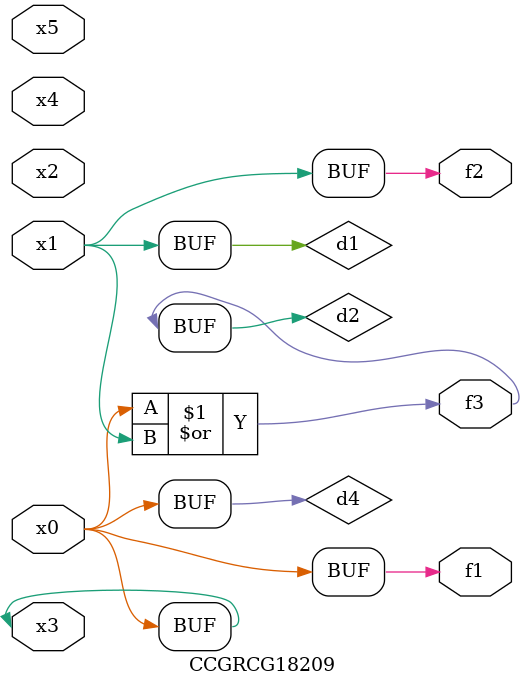
<source format=v>
module CCGRCG18209(
	input x0, x1, x2, x3, x4, x5,
	output f1, f2, f3
);

	wire d1, d2, d3, d4;

	and (d1, x1);
	or (d2, x0, x1);
	nand (d3, x0, x5);
	buf (d4, x0, x3);
	assign f1 = d4;
	assign f2 = d1;
	assign f3 = d2;
endmodule

</source>
